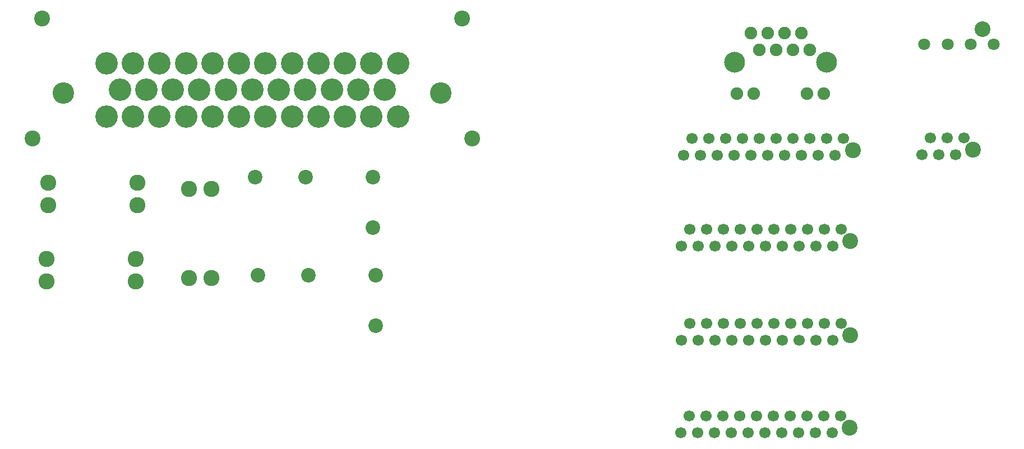
<source format=gbs>
G04 #@! TF.GenerationSoftware,KiCad,Pcbnew,5.0.0-fee4fd1~66~ubuntu18.04.1*
G04 #@! TF.CreationDate,2019-04-24T16:46:07-04:00*
G04 #@! TF.ProjectId,REV 2,52455620322E6B696361645F70636200,rev?*
G04 #@! TF.SameCoordinates,Original*
G04 #@! TF.FileFunction,Soldermask,Bot*
G04 #@! TF.FilePolarity,Negative*
%FSLAX46Y46*%
G04 Gerber Fmt 4.6, Leading zero omitted, Abs format (unit mm)*
G04 Created by KiCad (PCBNEW 5.0.0-fee4fd1~66~ubuntu18.04.1) date Wed Apr 24 16:46:07 2019*
%MOMM*%
%LPD*%
G01*
G04 APERTURE LIST*
%ADD10C,2.400000*%
%ADD11C,1.700000*%
%ADD12C,3.400000*%
%ADD13C,3.250000*%
%ADD14C,3.150000*%
%ADD15C,1.900000*%
%ADD16C,2.432000*%
%ADD17C,1.797000*%
%ADD18C,2.381000*%
%ADD19C,2.200000*%
G04 APERTURE END LIST*
D10*
G04 #@! TO.C,J3*
X149539960Y-41394380D03*
D11*
X124009960Y-42134380D03*
X125279960Y-39594380D03*
X126549960Y-42134380D03*
X127819960Y-39594380D03*
X129089960Y-42134380D03*
X130359960Y-39594380D03*
X131629960Y-42134380D03*
X132899960Y-39594380D03*
X134169960Y-42134380D03*
X135439960Y-39594380D03*
X136709960Y-42134380D03*
X137979960Y-39594380D03*
X139249960Y-42134380D03*
X141789960Y-42134380D03*
X144329960Y-42134380D03*
X146869960Y-42134380D03*
X140519960Y-39594380D03*
X148139960Y-39594380D03*
X145599960Y-39594380D03*
X143059960Y-39594380D03*
G04 #@! TD*
D12*
G04 #@! TO.C,J1*
X36863300Y-28291400D03*
X38863300Y-32291400D03*
X36863300Y-36291400D03*
X40863300Y-28291400D03*
X42863300Y-32291400D03*
X40863300Y-36291400D03*
X44863300Y-28291400D03*
X46863300Y-32291400D03*
X44863300Y-36291400D03*
X48863300Y-28291400D03*
X48863300Y-36291400D03*
X50863300Y-32291400D03*
X52863300Y-28291400D03*
D13*
X87363300Y-32791400D03*
D12*
X80863300Y-28291400D03*
X78863300Y-32291400D03*
X80863300Y-36291400D03*
X76863300Y-28291400D03*
X72863300Y-28291400D03*
X64863300Y-28291400D03*
X68863300Y-28291400D03*
X60863300Y-28291400D03*
X56863300Y-28291400D03*
X54863300Y-32291400D03*
X58863300Y-32291400D03*
X66863300Y-32291400D03*
X62863300Y-32291400D03*
X70863300Y-32291400D03*
X74863300Y-32291400D03*
X56863300Y-36291400D03*
X60863300Y-36291400D03*
X64863300Y-36291400D03*
X68863300Y-36291400D03*
X72863300Y-36291400D03*
X76863300Y-36291400D03*
X52863300Y-36291400D03*
D10*
X90563300Y-21491400D03*
X27163300Y-21491400D03*
X92063300Y-39591400D03*
X25663300Y-39591400D03*
D13*
X30363300Y-32791400D03*
G04 #@! TD*
D14*
G04 #@! TO.C,U1*
X131673700Y-28104900D03*
X145573700Y-28104900D03*
D15*
X134183700Y-23684900D03*
X136723700Y-23684900D03*
X139263700Y-23684900D03*
X141803700Y-23684900D03*
X135453700Y-26224900D03*
X137993700Y-26224900D03*
X140533700Y-26224900D03*
X143073700Y-26224900D03*
X134613700Y-32854900D03*
X132073700Y-32854900D03*
X142633700Y-32854900D03*
X145173700Y-32854900D03*
G04 #@! TD*
D10*
G04 #@! TO.C,J2*
X167681100Y-41335100D03*
D11*
X159931100Y-42075100D03*
X162471100Y-42075100D03*
X165011100Y-42075100D03*
X166281100Y-39535100D03*
X163741100Y-39535100D03*
X161201100Y-39535100D03*
G04 #@! TD*
D16*
G04 #@! TO.C,U4*
X49282880Y-47219920D03*
X52682880Y-47219920D03*
X52682880Y-60719920D03*
X49282880Y-60719920D03*
G04 #@! TD*
D10*
G04 #@! TO.C,J4*
X149062900Y-83321300D03*
D11*
X123532900Y-84061300D03*
X124802900Y-81521300D03*
X126072900Y-84061300D03*
X127342900Y-81521300D03*
X128612900Y-84061300D03*
X129882900Y-81521300D03*
X131152900Y-84061300D03*
X132422900Y-81521300D03*
X133692900Y-84061300D03*
X134962900Y-81521300D03*
X136232900Y-84061300D03*
X137502900Y-81521300D03*
X138772900Y-84061300D03*
X141312900Y-84061300D03*
X143852900Y-84061300D03*
X146392900Y-84061300D03*
X140042900Y-81521300D03*
X147662900Y-81521300D03*
X145122900Y-81521300D03*
X142582900Y-81521300D03*
G04 #@! TD*
D10*
G04 #@! TO.C,J5*
X149164500Y-55114600D03*
D11*
X123634500Y-55854600D03*
X124904500Y-53314600D03*
X126174500Y-55854600D03*
X127444500Y-53314600D03*
X128714500Y-55854600D03*
X129984500Y-53314600D03*
X131254500Y-55854600D03*
X132524500Y-53314600D03*
X133794500Y-55854600D03*
X135064500Y-53314600D03*
X136334500Y-55854600D03*
X137604500Y-53314600D03*
X138874500Y-55854600D03*
X141414500Y-55854600D03*
X143954500Y-55854600D03*
X146494500Y-55854600D03*
X140144500Y-53314600D03*
X147764500Y-53314600D03*
X145224500Y-53314600D03*
X142684500Y-53314600D03*
G04 #@! TD*
D10*
G04 #@! TO.C,J6*
X149164500Y-69351300D03*
D11*
X123634500Y-70091300D03*
X124904500Y-67551300D03*
X126174500Y-70091300D03*
X127444500Y-67551300D03*
X128714500Y-70091300D03*
X129984500Y-67551300D03*
X131254500Y-70091300D03*
X132524500Y-67551300D03*
X133794500Y-70091300D03*
X135064500Y-67551300D03*
X136334500Y-70091300D03*
X137604500Y-67551300D03*
X138874500Y-70091300D03*
X141414500Y-70091300D03*
X143954500Y-70091300D03*
X146494500Y-70091300D03*
X140144500Y-67551300D03*
X147764500Y-67551300D03*
X145224500Y-67551300D03*
X142684500Y-67551300D03*
G04 #@! TD*
D17*
G04 #@! TO.C,J7*
X160332600Y-25374600D03*
X163832600Y-25374600D03*
D18*
X169082600Y-23144600D03*
D17*
X170832600Y-25374600D03*
X167332600Y-25374600D03*
G04 #@! TD*
D19*
G04 #@! TO.C,K1*
X77528420Y-67894200D03*
X59748420Y-60274200D03*
X67368420Y-60274200D03*
X77528420Y-60274200D03*
G04 #@! TD*
G04 #@! TO.C,K2*
X77094080Y-53058060D03*
X59314080Y-45438060D03*
X66934080Y-45438060D03*
X77094080Y-45438060D03*
G04 #@! TD*
D16*
G04 #@! TO.C,U2*
X41535300Y-49716160D03*
X41535300Y-46316160D03*
X28035300Y-46316160D03*
X28035300Y-49716160D03*
G04 #@! TD*
G04 #@! TO.C,U3*
X41294000Y-61235060D03*
X41294000Y-57835060D03*
X27794000Y-57835060D03*
X27794000Y-61235060D03*
G04 #@! TD*
M02*

</source>
